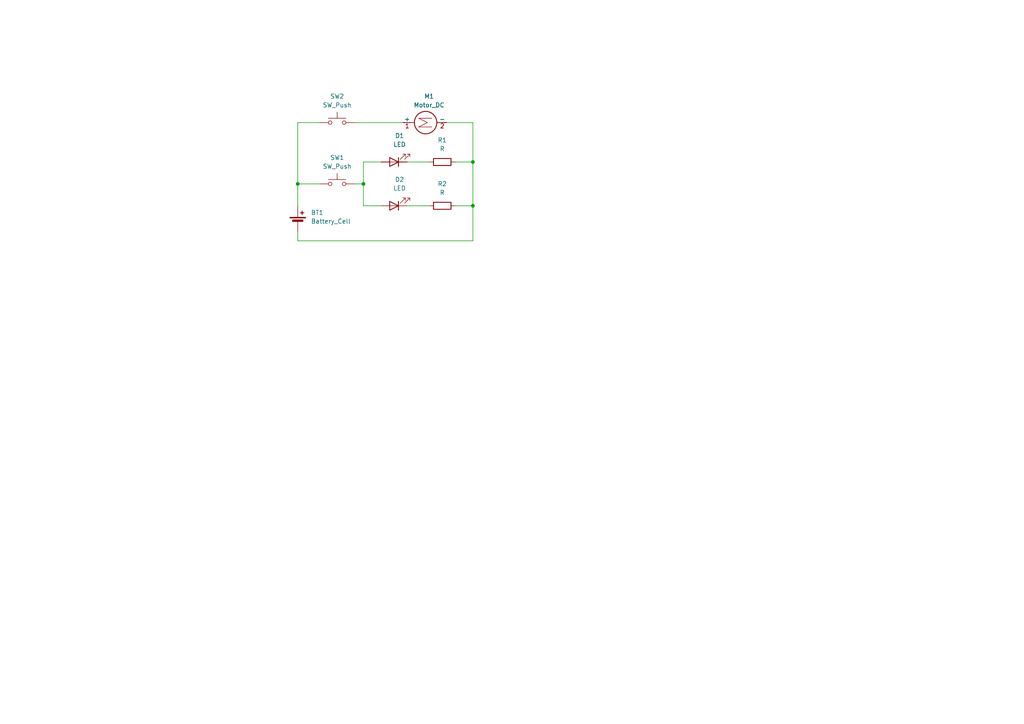
<source format=kicad_sch>
(kicad_sch (version 20250114) (generator "eeschema") (generator_version "9.0")
  (paper "A4")
  (lib_symbols
    (symbol "Device:Battery_Cell" (pin_numbers (hide yes)) (pin_names (offset 0) (hide yes))
      (property "Reference" "BT" (at 2.54 2.54 0))
      (property "Value" "Battery_Cell" (at 2.54 0 0))
      (symbol "Battery_Cell_0_1"
        (rectangle (start -2.286 1.778) (end 2.286 1.524) (fill (type outline)))
        (rectangle (start -1.524 1.016) (end 1.524 0.508) (fill (type outline)))
        (polyline (pts (xy 0 1.778) (xy 0 2.54)))
        (polyline (pts (xy 0 0.762) (xy 0 0)))
        (polyline (pts (xy 0.762 3.048) (xy 1.778 3.048)) (stroke (width 0.254)))
        (polyline (pts (xy 1.27 3.556) (xy 1.27 2.54)) (stroke (width 0.254)))
      )
      (symbol "Battery_Cell_1_1"
        (pin passive line (at 0 5.08 270) (length 2.54) (name "+") (number "1"))
        (pin passive line (at 0 -2.54 90) (length 2.54) (name "-") (number "2"))
      )
    )
    (symbol "Device:LED" (pin_numbers (hide yes)) (pin_names (offset 1.016) (hide yes))
      (property "Reference" "D" (at 0 2.54 0))
      (property "Value" "LED" (at 0 -2.54 0))
      (symbol "LED_0_1"
        (polyline (pts (xy -3.048 -0.762) (xy -4.572 -2.286) (xy -3.81 -2.286) (xy -4.572 -2.286) (xy -4.572 -1.524)))
        (polyline (pts (xy -1.778 -0.762) (xy -3.302 -2.286) (xy -2.54 -2.286) (xy -3.302 -2.286) (xy -3.302 -1.524)))
        (polyline (pts (xy -1.27 0) (xy 1.27 0)))
        (polyline (pts (xy -1.27 -1.27) (xy -1.27 1.27)) (stroke (width 0.254)))
        (polyline (pts (xy 1.27 -1.27) (xy 1.27 1.27) (xy -1.27 0) (xy 1.27 -1.27)) (stroke (width 0.254)))
      )
      (symbol "LED_1_1"
        (pin passive line (at -3.81 0 0) (length 2.54) (name "K") (number "1"))
        (pin passive line (at 3.81 0 180) (length 2.54) (name "A") (number "2"))
      )
    )
    (symbol "Device:R" (pin_numbers (hide yes)) (pin_names (offset 0))
      (property "Reference" "R" (at 2.032 0 90))
      (property "Value" "R" (at 0 0 90))
      (symbol "R_0_1"
        (rectangle (start -1.016 -2.54) (end 1.016 2.54) (stroke (width 0.254)))
      )
      (symbol "R_1_1"
        (pin passive line (at 0 3.81 270) (length 1.27) (name "~") (number "1"))
        (pin passive line (at 0 -3.81 90) (length 1.27) (name "~") (number "2"))
      )
    )
    (symbol "Motor:Motor_DC" (pin_names (offset 0))
      (property "Reference" "M" (at 2.54 2.54 0))
      (property "Value" "Motor_DC" (at 2.54 -5.08 0))
      (symbol "Motor_DC_0_0"
        (polyline (pts (xy -1.27 -3.302) (xy -1.27 0.508) (xy 0 -2.032) (xy 1.27 0.508) (xy 1.27 -3.302)))
      )
      (symbol "Motor_DC_0_1"
        (polyline (pts (xy 0 2.032) (xy 0 2.54)))
        (polyline (pts (xy 0 1.7272) (xy 0 2.0828)))
        (circle (center 0 -1.524) (radius 3.2512) (stroke (width 0.254)))
        (polyline (pts (xy 0 -4.7752) (xy 0 -5.1816)))
        (polyline (pts (xy 0 -7.62) (xy 0 -7.112)))
      )
      (symbol "Motor_DC_1_1"
        (pin passive line (at 0 5.08 270) (length 2.54) (name "+") (number "1"))
        (pin passive line (at 0 -7.62 90) (length 2.54) (name "-") (number "2"))
      )
    )
    (symbol "Switch:SW_Push" (pin_numbers (hide yes)) (pin_names (offset 1.016) (hide yes))
      (property "Reference" "SW" (at 1.27 2.54 0))
      (property "Value" "SW_Push" (at 0 -1.524 0))
      (symbol "SW_Push_0_1"
        (circle (center -2.032 0) (radius 0.508))
        (polyline (pts (xy 0 1.27) (xy 0 3.048)))
        (circle (center 2.032 0) (radius 0.508))
        (polyline (pts (xy 2.54 1.27) (xy -2.54 1.27)))
        (pin passive line (at -5.08 0 0) (length 2.54) (name "1") (number "1"))
        (pin passive line (at 5.08 0 180) (length 2.54) (name "2") (number "2"))
      )
    )
  )
  (junction (at 137.16 46.99))
  (junction (at 137.16 59.69))
  (junction (at 105.41 53.34))
  (junction (at 86.36 53.34))
  (wire (pts (xy 137.16 69.85) (xy 86.36 69.85)))
  (wire (pts (xy 137.16 35.56) (xy 137.16 46.99)))
  (wire (pts (xy 86.36 69.85) (xy 86.36 67.31)))
  (wire (pts (xy 137.16 46.99) (xy 137.16 59.69)))
  (wire (pts (xy 132.08 59.69) (xy 137.16 59.69)))
  (wire (pts (xy 105.41 53.34) (xy 105.41 59.69)))
  (wire (pts (xy 118.11 46.99) (xy 124.46 46.99)))
  (wire (pts (xy 132.08 46.99) (xy 137.16 46.99)))
  (wire (pts (xy 86.36 59.69) (xy 86.36 53.34)))
  (wire (pts (xy 129.54 35.56) (xy 137.16 35.56)))
  (wire (pts (xy 86.36 53.34) (xy 86.36 35.56)))
  (wire (pts (xy 102.87 53.34) (xy 105.41 53.34)))
  (wire (pts (xy 105.41 46.99) (xy 110.49 46.99)))
  (wire (pts (xy 105.41 59.69) (xy 110.49 59.69)))
  (wire (pts (xy 86.36 35.56) (xy 92.71 35.56)))
  (wire (pts (xy 137.16 59.69) (xy 137.16 69.85)))
  (wire (pts (xy 105.41 53.34) (xy 105.41 46.99)))
  (wire (pts (xy 86.36 53.34) (xy 92.71 53.34)))
  (wire (pts (xy 102.87 35.56) (xy 116.84 35.56)))
  (wire (pts (xy 118.11 59.69) (xy 124.46 59.69)))
  (symbol (lib_id "Device:R") (at 128.27 46.99 90) (unit 1)
    (property "Reference" "R1" (at 128.27 40.64 90))
    (property "Value" "R" (at 128.27 43.18 90))
    (property "Footprint" "Resistor_THT:R_Axial_DIN0207_L6.3mm_D2.5mm_P7.62mm_Horizontal" (effects (hide yes)))
    (property "Description" "Resistor" (effects (hide yes)))
  )
  (symbol (lib_id "Device:Battery_Cell") (at 86.36 64.77 0) (unit 1)
    (property "Reference" "BT1" (at 90.17 61.6584 0) (effects (justify left)))
    (property "Value" "Battery_Cell" (at 90.17 64.1984 0) (effects (justify left)))
    (property "Footprint" "Battery:BatteryHolder_Keystone_3034_1x20mm" (effects (hide yes)))
    (property "Description" "Single-cell battery" (effects (hide yes)))
  )
  (symbol (lib_id "Device:LED") (at 114.3 46.99 180) (unit 1)
    (property "Reference" "D1" (at 115.8875 39.37 0))
    (property "Value" "LED" (at 115.8875 41.91 0))
    (property "Footprint" "LED_THT:LED_D5.0mm" (effects (hide yes)))
    (property "Description" "Light emitting diode" (effects (hide yes)))
    (property "Sim.Pins" "1=K 2=A" (effects (hide yes)))
  )
  (symbol (lib_id "Motor:Motor_DC") (at 121.92 35.56 90) (unit 1)
    (property "Reference" "M1" (at 124.46 27.94 90))
    (property "Value" "Motor_DC" (at 124.46 30.48 90))
    (property "Footprint" "Connector_PinHeader_2.54mm:PinHeader_1x02_P2.54mm_Vertical" (effects (hide yes)))
    (property "Description" "DC Motor" (effects (hide yes)))
  )
  (symbol (lib_id "Device:LED") (at 114.3 59.69 180) (unit 1)
    (property "Reference" "D2" (at 115.8875 52.07 0))
    (property "Value" "LED" (at 115.8875 54.61 0))
    (property "Footprint" "LED_THT:LED_D5.0mm" (effects (hide yes)))
    (property "Description" "Light emitting diode" (effects (hide yes)))
    (property "Sim.Pins" "1=K 2=A" (effects (hide yes)))
  )
  (symbol (lib_id "Switch:SW_Push") (at 97.79 35.56 0) (unit 1)
    (property "Reference" "SW2" (at 97.79 27.94 0))
    (property "Value" "SW_Push" (at 97.79 30.48 0))
    (property "Footprint" "Button_Switch_THT:SW_PUSH_6mm" (effects (hide yes)))
    (property "Description" "Push button switch, generic, two pins" (effects (hide yes)))
  )
  (symbol (lib_id "Device:R") (at 128.27 59.69 270) (unit 1)
    (property "Reference" "R2" (at 128.27 53.34 90))
    (property "Value" "R" (at 128.27 55.88 90))
    (property "Footprint" "Resistor_THT:R_Axial_DIN0207_L6.3mm_D2.5mm_P7.62mm_Horizontal" (effects (hide yes)))
    (property "Description" "Resistor" (effects (hide yes)))
  )
  (symbol (lib_id "Switch:SW_Push") (at 97.79 53.34 0) (unit 1)
    (property "Reference" "SW1" (at 97.79 45.72 0))
    (property "Value" "SW_Push" (at 97.79 48.26 0))
    (property "Footprint" "Button_Switch_THT:SW_PUSH_6mm" (effects (hide yes)))
    (property "Description" "Push button switch, generic, two pins" (effects (hide yes)))
  )
)
</source>
